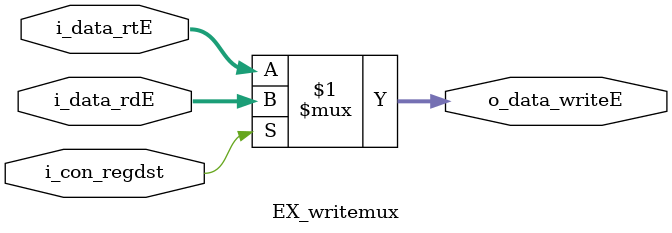
<source format=sv>
`timescale 1ns / 1ps
module EX_writemux
              (input  [4:0] i_data_rtE,i_data_rdE, 
               input        i_con_regdst, 
               output [4:0] o_data_writeE);

  assign o_data_writeE = i_con_regdst ? i_data_rdE : i_data_rtE; 

endmodule
                     


</source>
